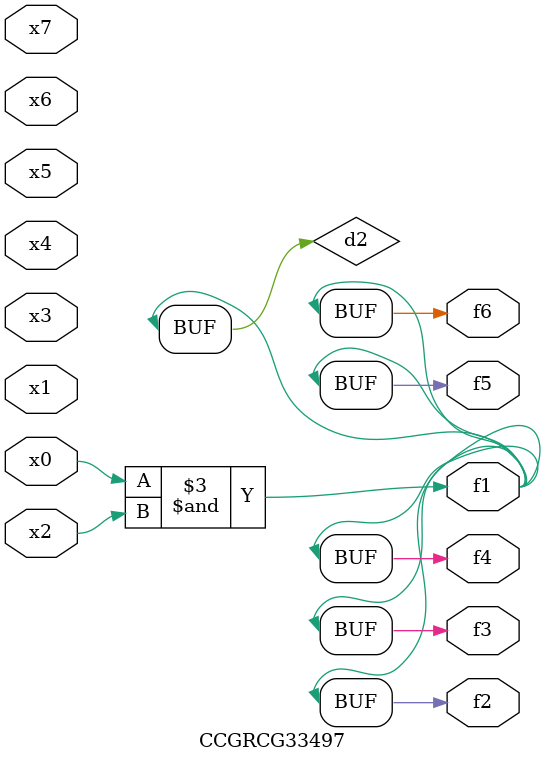
<source format=v>
module CCGRCG33497(
	input x0, x1, x2, x3, x4, x5, x6, x7,
	output f1, f2, f3, f4, f5, f6
);

	wire d1, d2;

	nor (d1, x3, x6);
	and (d2, x0, x2);
	assign f1 = d2;
	assign f2 = d2;
	assign f3 = d2;
	assign f4 = d2;
	assign f5 = d2;
	assign f6 = d2;
endmodule

</source>
